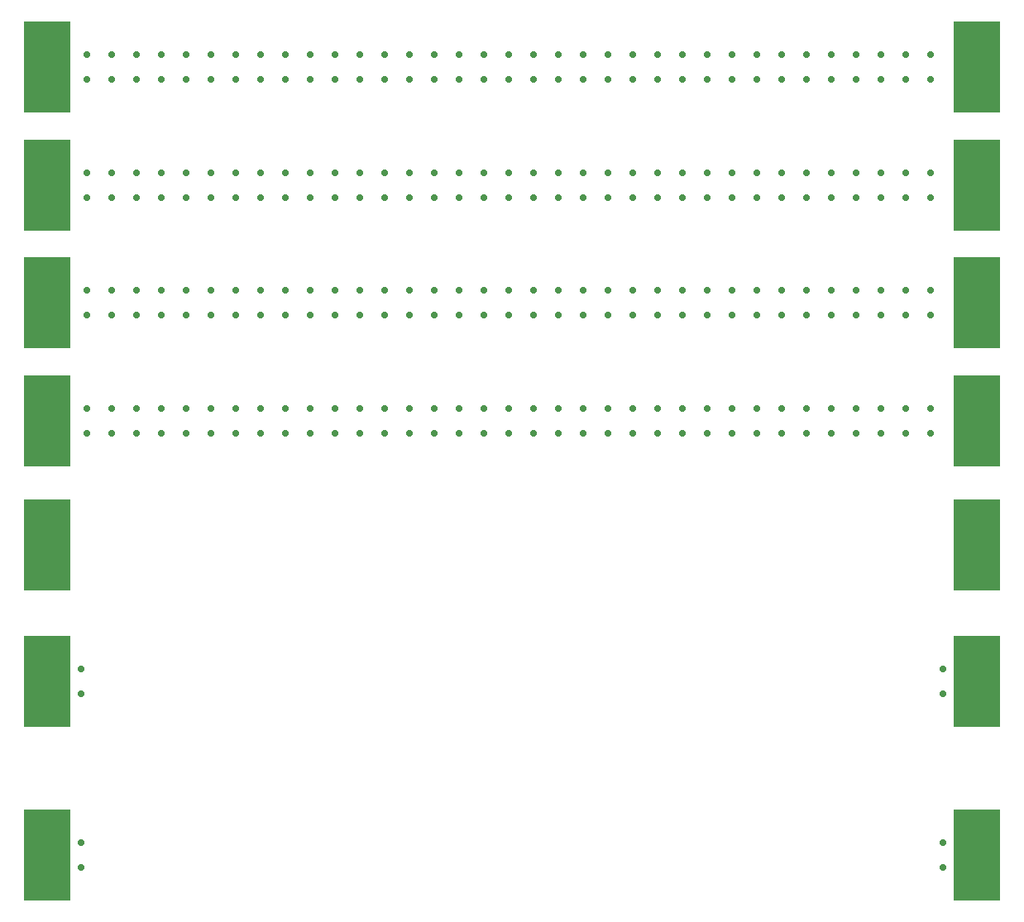
<source format=gbs>
G04 EAGLE Gerber RS-274X export*
G75*
%MOMM*%
%FSLAX34Y34*%
%LPD*%
%INBottom Solder Mask*%
%IPPOS*%
%AMOC8*
5,1,8,0,0,1.08239X$1,22.5*%
G01*
%ADD10C,0.681000*%
%ADD11R,4.699000X9.271000*%
%ADD12C,0.731000*%


D10*
X984250Y110490D03*
X984250Y143510D03*
X956310Y110490D03*
X956310Y143510D03*
X984250Y165100D03*
X958850Y165100D03*
X984250Y88900D03*
X958850Y88900D03*
X971550Y88900D03*
X971550Y165100D03*
X970280Y143510D03*
X970280Y110490D03*
D11*
X974090Y127000D03*
D10*
X12700Y143510D03*
X12700Y110490D03*
X40640Y143510D03*
X40640Y110490D03*
X12700Y88900D03*
X38100Y88900D03*
X12700Y165100D03*
X38100Y165100D03*
X25400Y165100D03*
X25400Y88900D03*
X26670Y110490D03*
X26670Y143510D03*
D11*
X22860Y127000D03*
D10*
X984250Y288290D03*
X984250Y321310D03*
X956310Y288290D03*
X956310Y321310D03*
X984250Y342900D03*
X958850Y342900D03*
X984250Y266700D03*
X958850Y266700D03*
X971550Y266700D03*
X971550Y342900D03*
X970280Y321310D03*
X970280Y288290D03*
D11*
X974090Y304800D03*
D10*
X12700Y321310D03*
X12700Y288290D03*
X40640Y321310D03*
X40640Y288290D03*
X12700Y266700D03*
X38100Y266700D03*
X12700Y342900D03*
X38100Y342900D03*
X25400Y342900D03*
X25400Y266700D03*
X26670Y288290D03*
X26670Y321310D03*
D11*
X22860Y304800D03*
D10*
X984250Y554990D03*
X984250Y588010D03*
X956310Y554990D03*
X956310Y588010D03*
X984250Y609600D03*
X958850Y609600D03*
X984250Y533400D03*
X958850Y533400D03*
X971550Y533400D03*
X971550Y609600D03*
X970280Y588010D03*
X970280Y554990D03*
D11*
X974090Y571500D03*
D10*
X12700Y588010D03*
X12700Y554990D03*
X40640Y588010D03*
X40640Y554990D03*
X12700Y533400D03*
X38100Y533400D03*
X12700Y609600D03*
X38100Y609600D03*
X25400Y609600D03*
X25400Y533400D03*
X26670Y554990D03*
X26670Y588010D03*
D11*
X22860Y571500D03*
D10*
X984250Y675640D03*
X984250Y708660D03*
X956310Y675640D03*
X956310Y708660D03*
X984250Y730250D03*
X958850Y730250D03*
X984250Y654050D03*
X958850Y654050D03*
X971550Y654050D03*
X971550Y730250D03*
X970280Y708660D03*
X970280Y675640D03*
D11*
X974090Y692150D03*
D10*
X12700Y708660D03*
X12700Y675640D03*
X40640Y708660D03*
X40640Y675640D03*
X12700Y654050D03*
X38100Y654050D03*
X12700Y730250D03*
X38100Y730250D03*
X25400Y730250D03*
X25400Y654050D03*
X26670Y675640D03*
X26670Y708660D03*
D11*
X22860Y692150D03*
D10*
X12700Y829310D03*
X12700Y796290D03*
X40640Y829310D03*
X40640Y796290D03*
X12700Y774700D03*
X38100Y774700D03*
X12700Y850900D03*
X38100Y850900D03*
X25400Y850900D03*
X25400Y774700D03*
X26670Y796290D03*
X26670Y829310D03*
D11*
X22860Y812800D03*
D10*
X984250Y796290D03*
X984250Y829310D03*
X956310Y796290D03*
X956310Y829310D03*
X984250Y850900D03*
X958850Y850900D03*
X984250Y774700D03*
X958850Y774700D03*
X971550Y774700D03*
X971550Y850900D03*
X970280Y829310D03*
X970280Y796290D03*
D11*
X974090Y812800D03*
D10*
X12700Y949960D03*
X12700Y916940D03*
X40640Y949960D03*
X40640Y916940D03*
X12700Y895350D03*
X38100Y895350D03*
X12700Y971550D03*
X38100Y971550D03*
X25400Y971550D03*
X25400Y895350D03*
X26670Y916940D03*
X26670Y949960D03*
D11*
X22860Y933450D03*
D10*
X984250Y916940D03*
X984250Y949960D03*
X956310Y916940D03*
X956310Y949960D03*
X984250Y971550D03*
X958850Y971550D03*
X984250Y895350D03*
X958850Y895350D03*
X971550Y895350D03*
X971550Y971550D03*
X970280Y949960D03*
X970280Y916940D03*
D11*
X974090Y933450D03*
D10*
X12700Y461010D03*
X12700Y427990D03*
X40640Y461010D03*
X40640Y427990D03*
X12700Y406400D03*
X38100Y406400D03*
X12700Y482600D03*
X38100Y482600D03*
X25400Y482600D03*
X25400Y406400D03*
X26670Y427990D03*
X26670Y461010D03*
D11*
X22860Y444500D03*
D10*
X984250Y427990D03*
X984250Y461010D03*
X956310Y427990D03*
X956310Y461010D03*
X984250Y482600D03*
X958850Y482600D03*
X984250Y406400D03*
X958850Y406400D03*
X971550Y406400D03*
X971550Y482600D03*
X970280Y461010D03*
X970280Y427990D03*
D11*
X974090Y444500D03*
D12*
X57150Y139700D03*
X57150Y114300D03*
X939800Y139700D03*
X939800Y114300D03*
X57150Y292100D03*
X57150Y317500D03*
X939800Y292100D03*
X939800Y317500D03*
X63500Y584200D03*
X88900Y584200D03*
X114300Y584200D03*
X139700Y584200D03*
X165100Y584200D03*
X190500Y584200D03*
X215900Y584200D03*
X241300Y584200D03*
X266700Y584200D03*
X292100Y584200D03*
X317500Y584200D03*
X342900Y584200D03*
X368300Y584200D03*
X393700Y584200D03*
X419100Y584200D03*
X444500Y584200D03*
X469900Y584200D03*
X495300Y584200D03*
X520700Y584200D03*
X546100Y584200D03*
X571500Y584200D03*
X596900Y584200D03*
X622300Y584200D03*
X647700Y584200D03*
X673100Y584200D03*
X698500Y584200D03*
X723900Y584200D03*
X749300Y584200D03*
X774700Y584200D03*
X800100Y584200D03*
X825500Y584200D03*
X850900Y584200D03*
X876300Y584200D03*
X901700Y584200D03*
X927100Y584200D03*
X63500Y558800D03*
X88900Y558800D03*
X114300Y558800D03*
X139700Y558800D03*
X165100Y558800D03*
X190500Y558800D03*
X215900Y558800D03*
X241300Y558800D03*
X266700Y558800D03*
X292100Y558800D03*
X317500Y558800D03*
X342900Y558800D03*
X368300Y558800D03*
X393700Y558800D03*
X419100Y558800D03*
X444500Y558800D03*
X469900Y558800D03*
X495300Y558800D03*
X520700Y558800D03*
X546100Y558800D03*
X571500Y558800D03*
X596900Y558800D03*
X622300Y558800D03*
X647700Y558800D03*
X673100Y558800D03*
X698500Y558800D03*
X723900Y558800D03*
X749300Y558800D03*
X774700Y558800D03*
X800100Y558800D03*
X825500Y558800D03*
X850900Y558800D03*
X876300Y558800D03*
X901700Y558800D03*
X927100Y558800D03*
X63500Y704850D03*
X88900Y704850D03*
X114300Y704850D03*
X139700Y704850D03*
X165100Y704850D03*
X190500Y704850D03*
X215900Y704850D03*
X241300Y704850D03*
X266700Y704850D03*
X292100Y704850D03*
X317500Y704850D03*
X342900Y704850D03*
X368300Y704850D03*
X393700Y704850D03*
X419100Y704850D03*
X444500Y704850D03*
X469900Y704850D03*
X495300Y704850D03*
X520700Y704850D03*
X546100Y704850D03*
X571500Y704850D03*
X596900Y704850D03*
X622300Y704850D03*
X647700Y704850D03*
X673100Y704850D03*
X698500Y704850D03*
X723900Y704850D03*
X749300Y704850D03*
X774700Y704850D03*
X800100Y704850D03*
X825500Y704850D03*
X850900Y704850D03*
X876300Y704850D03*
X901700Y704850D03*
X927100Y704850D03*
X63500Y679450D03*
X88900Y679450D03*
X114300Y679450D03*
X139700Y679450D03*
X165100Y679450D03*
X190500Y679450D03*
X215900Y679450D03*
X241300Y679450D03*
X266700Y679450D03*
X292100Y679450D03*
X317500Y679450D03*
X342900Y679450D03*
X368300Y679450D03*
X393700Y679450D03*
X419100Y679450D03*
X444500Y679450D03*
X469900Y679450D03*
X495300Y679450D03*
X520700Y679450D03*
X546100Y679450D03*
X571500Y679450D03*
X596900Y679450D03*
X622300Y679450D03*
X647700Y679450D03*
X673100Y679450D03*
X698500Y679450D03*
X723900Y679450D03*
X749300Y679450D03*
X774700Y679450D03*
X800100Y679450D03*
X825500Y679450D03*
X850900Y679450D03*
X876300Y679450D03*
X901700Y679450D03*
X927100Y679450D03*
X63500Y825500D03*
X88900Y825500D03*
X114300Y825500D03*
X139700Y825500D03*
X165100Y825500D03*
X190500Y825500D03*
X215900Y825500D03*
X241300Y825500D03*
X266700Y825500D03*
X292100Y825500D03*
X317500Y825500D03*
X342900Y825500D03*
X368300Y825500D03*
X393700Y825500D03*
X419100Y825500D03*
X444500Y825500D03*
X469900Y825500D03*
X495300Y825500D03*
X520700Y825500D03*
X546100Y825500D03*
X571500Y825500D03*
X596900Y825500D03*
X622300Y825500D03*
X647700Y825500D03*
X673100Y825500D03*
X698500Y825500D03*
X723900Y825500D03*
X749300Y825500D03*
X774700Y825500D03*
X800100Y825500D03*
X825500Y825500D03*
X850900Y825500D03*
X876300Y825500D03*
X901700Y825500D03*
X927100Y825500D03*
X63500Y800100D03*
X88900Y800100D03*
X114300Y800100D03*
X139700Y800100D03*
X165100Y800100D03*
X190500Y800100D03*
X215900Y800100D03*
X241300Y800100D03*
X266700Y800100D03*
X292100Y800100D03*
X317500Y800100D03*
X342900Y800100D03*
X368300Y800100D03*
X393700Y800100D03*
X419100Y800100D03*
X444500Y800100D03*
X469900Y800100D03*
X495300Y800100D03*
X520700Y800100D03*
X546100Y800100D03*
X571500Y800100D03*
X596900Y800100D03*
X622300Y800100D03*
X647700Y800100D03*
X673100Y800100D03*
X698500Y800100D03*
X723900Y800100D03*
X749300Y800100D03*
X774700Y800100D03*
X800100Y800100D03*
X825500Y800100D03*
X850900Y800100D03*
X876300Y800100D03*
X901700Y800100D03*
X927100Y800100D03*
X63500Y920750D03*
X88900Y920750D03*
X114300Y920750D03*
X139700Y920750D03*
X165100Y920750D03*
X190500Y920750D03*
X215900Y920750D03*
X241300Y920750D03*
X266700Y920750D03*
X292100Y920750D03*
X317500Y920750D03*
X342900Y920750D03*
X368300Y920750D03*
X393700Y920750D03*
X419100Y920750D03*
X444500Y920750D03*
X469900Y920750D03*
X495300Y920750D03*
X520700Y920750D03*
X546100Y920750D03*
X571500Y920750D03*
X596900Y920750D03*
X622300Y920750D03*
X647700Y920750D03*
X673100Y920750D03*
X698500Y920750D03*
X723900Y920750D03*
X749300Y920750D03*
X774700Y920750D03*
X800100Y920750D03*
X825500Y920750D03*
X850900Y920750D03*
X876300Y920750D03*
X901700Y920750D03*
X927100Y920750D03*
X63500Y946150D03*
X88900Y946150D03*
X114300Y946150D03*
X139700Y946150D03*
X165100Y946150D03*
X190500Y946150D03*
X215900Y946150D03*
X241300Y946150D03*
X266700Y946150D03*
X292100Y946150D03*
X317500Y946150D03*
X342900Y946150D03*
X368300Y946150D03*
X393700Y946150D03*
X419100Y946150D03*
X444500Y946150D03*
X469900Y946150D03*
X495300Y946150D03*
X520700Y946150D03*
X546100Y946150D03*
X571500Y946150D03*
X596900Y946150D03*
X622300Y946150D03*
X647700Y946150D03*
X673100Y946150D03*
X698500Y946150D03*
X723900Y946150D03*
X749300Y946150D03*
X774700Y946150D03*
X800100Y946150D03*
X825500Y946150D03*
X850900Y946150D03*
X876300Y946150D03*
X901700Y946150D03*
X927100Y946150D03*
M02*

</source>
